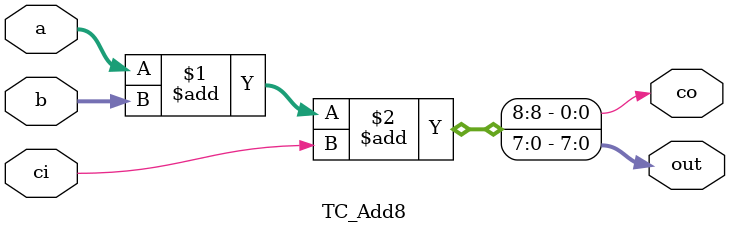
<source format=v>
module TC_Add8 (a, b, ci, out, co);
    input [7:0] a;
    input [7:0] b;
    input ci;
    output [7:0] out;
    output co;

    assign {co, out} = a + b + ci;
endmodule


</source>
